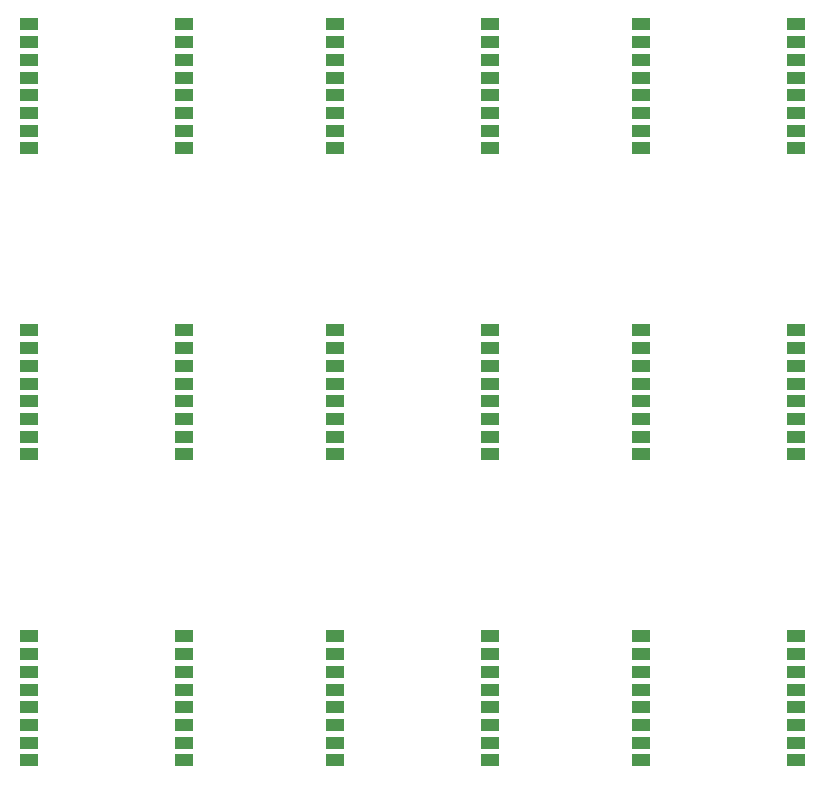
<source format=gbp>
G75*
%MOIN*%
%OFA0B0*%
%FSLAX25Y25*%
%IPPOS*%
%LPD*%
%AMOC8*
5,1,8,0,0,1.08239X$1,22.5*
%
%ADD10R,0.05906X0.03937*%
D10*
X0127108Y0059270D03*
X0127108Y0065175D03*
X0127108Y0071081D03*
X0127108Y0076986D03*
X0127108Y0082892D03*
X0127108Y0088797D03*
X0127108Y0094703D03*
X0127108Y0100608D03*
X0179077Y0100608D03*
X0179077Y0094703D03*
X0179077Y0088797D03*
X0179077Y0082892D03*
X0179077Y0076986D03*
X0179077Y0071081D03*
X0179077Y0065175D03*
X0179077Y0059270D03*
X0229108Y0059270D03*
X0229108Y0065175D03*
X0229108Y0071081D03*
X0229108Y0076986D03*
X0229108Y0082892D03*
X0229108Y0088797D03*
X0229108Y0094703D03*
X0229108Y0100608D03*
X0281077Y0100608D03*
X0281077Y0094703D03*
X0281077Y0088797D03*
X0281077Y0082892D03*
X0281077Y0076986D03*
X0281077Y0071081D03*
X0281077Y0065175D03*
X0281077Y0059270D03*
X0331108Y0059270D03*
X0331108Y0065175D03*
X0331108Y0071081D03*
X0331108Y0076986D03*
X0331108Y0082892D03*
X0331108Y0088797D03*
X0331108Y0094703D03*
X0331108Y0100608D03*
X0383077Y0100608D03*
X0383077Y0094703D03*
X0383077Y0088797D03*
X0383077Y0082892D03*
X0383077Y0076986D03*
X0383077Y0071081D03*
X0383077Y0065175D03*
X0383077Y0059270D03*
X0383077Y0161270D03*
X0383077Y0167175D03*
X0383077Y0173081D03*
X0383077Y0178986D03*
X0383077Y0184892D03*
X0383077Y0190797D03*
X0383077Y0196703D03*
X0383077Y0202608D03*
X0331108Y0202608D03*
X0331108Y0196703D03*
X0331108Y0190797D03*
X0331108Y0184892D03*
X0331108Y0178986D03*
X0331108Y0173081D03*
X0331108Y0167175D03*
X0331108Y0161270D03*
X0281077Y0161270D03*
X0281077Y0167175D03*
X0281077Y0173081D03*
X0281077Y0178986D03*
X0281077Y0184892D03*
X0281077Y0190797D03*
X0281077Y0196703D03*
X0281077Y0202608D03*
X0229108Y0202608D03*
X0229108Y0196703D03*
X0229108Y0190797D03*
X0229108Y0184892D03*
X0229108Y0178986D03*
X0229108Y0173081D03*
X0229108Y0167175D03*
X0229108Y0161270D03*
X0179077Y0161270D03*
X0179077Y0167175D03*
X0179077Y0173081D03*
X0179077Y0178986D03*
X0179077Y0184892D03*
X0179077Y0190797D03*
X0179077Y0196703D03*
X0179077Y0202608D03*
X0127108Y0202608D03*
X0127108Y0196703D03*
X0127108Y0190797D03*
X0127108Y0184892D03*
X0127108Y0178986D03*
X0127108Y0173081D03*
X0127108Y0167175D03*
X0127108Y0161270D03*
X0127108Y0263270D03*
X0127108Y0269175D03*
X0127108Y0275081D03*
X0127108Y0280986D03*
X0127108Y0286892D03*
X0127108Y0292797D03*
X0127108Y0298703D03*
X0127108Y0304608D03*
X0179077Y0304608D03*
X0179077Y0298703D03*
X0179077Y0292797D03*
X0179077Y0286892D03*
X0179077Y0280986D03*
X0179077Y0275081D03*
X0179077Y0269175D03*
X0179077Y0263270D03*
X0229108Y0263270D03*
X0229108Y0269175D03*
X0229108Y0275081D03*
X0229108Y0280986D03*
X0229108Y0286892D03*
X0229108Y0292797D03*
X0229108Y0298703D03*
X0229108Y0304608D03*
X0281077Y0304608D03*
X0281077Y0298703D03*
X0281077Y0292797D03*
X0281077Y0286892D03*
X0281077Y0280986D03*
X0281077Y0275081D03*
X0281077Y0269175D03*
X0281077Y0263270D03*
X0331108Y0263270D03*
X0331108Y0269175D03*
X0331108Y0275081D03*
X0331108Y0280986D03*
X0331108Y0286892D03*
X0331108Y0292797D03*
X0331108Y0298703D03*
X0331108Y0304608D03*
X0383077Y0304608D03*
X0383077Y0298703D03*
X0383077Y0292797D03*
X0383077Y0286892D03*
X0383077Y0280986D03*
X0383077Y0275081D03*
X0383077Y0269175D03*
X0383077Y0263270D03*
M02*

</source>
